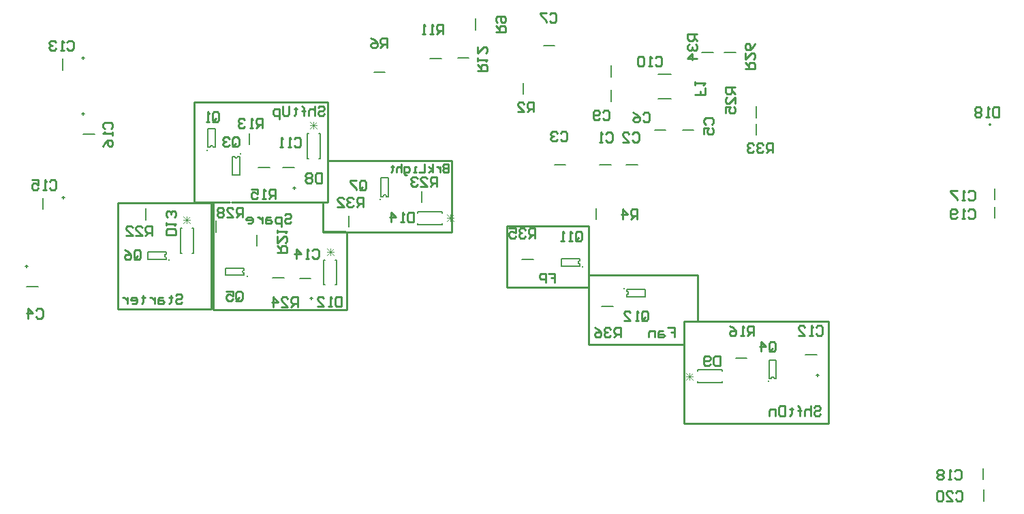
<source format=gbo>
G04*
G04 #@! TF.GenerationSoftware,Altium Limited,Altium Designer,19.0.10 (269)*
G04*
G04 Layer_Color=32896*
%FSLAX44Y44*%
%MOMM*%
G71*
G01*
G75*
%ADD11C,0.2540*%
%ADD14C,0.2000*%
%ADD15C,0.2000*%
%ADD117C,0.1524*%
%ADD118C,0.1270*%
%ADD119C,0.0762*%
D11*
X1532258Y988032D02*
G03*
X1532258Y988032I-649J0D01*
G01*
X1151382Y742920D02*
X1157956D01*
X1074186Y800920D02*
X1091686D01*
X1103778D01*
X1169016Y743230D02*
Y754920D01*
Y753980D02*
Y799640D01*
X1151382Y728976D02*
Y742920D01*
Y714550D02*
Y728976D01*
X1033272Y714550D02*
X1151382D01*
X1103778Y800920D02*
X1168748D01*
X1033272D02*
X1074186D01*
X1033272Y714550D02*
Y800920D01*
X1033326Y785640D02*
Y861920D01*
X956376Y785640D02*
X1033326D01*
X931326D02*
X956376D01*
X931326D02*
Y861920D01*
X1033326D01*
X1151382Y693626D02*
Y742920D01*
Y615950D02*
Y693626D01*
Y615950D02*
X1331326D01*
Y742920D01*
X1151382D02*
X1331326D01*
X702916Y877100D02*
Y889762D01*
Y853990D02*
Y877100D01*
X709736Y942890D02*
X862936D01*
X730206Y854920D02*
X732326Y852800D01*
X702916Y854920D02*
X730206D01*
X702916D02*
Y882210D01*
X732326Y757936D02*
Y852800D01*
X862936Y853990D02*
Y942890D01*
X716976Y853990D02*
X862936D01*
X702916D02*
X716976D01*
X543306Y891060D02*
X586846D01*
X543306D02*
Y1015520D01*
X708766Y891060D02*
Y1015520D01*
X589386Y891060D02*
X708766D01*
X543306Y1015520D02*
X708766D01*
X585318Y757936D02*
X732326D01*
X566326D02*
X585318D01*
X566326D02*
Y890601D01*
X448326Y890880D02*
X564326D01*
X448326Y758698D02*
Y890880D01*
Y758698D02*
X564326D01*
Y890880D01*
X468253Y822095D02*
Y830093D01*
X470252Y832092D01*
X474251D01*
X476250Y830093D01*
Y822095D01*
X474251Y820096D01*
X470252D01*
X472251Y824095D02*
X468253Y820096D01*
X470252D02*
X468253Y822095D01*
X456256Y832092D02*
X460255Y830093D01*
X464254Y826094D01*
Y822095D01*
X462254Y820096D01*
X458256D01*
X456256Y822095D01*
Y824095D01*
X458256Y826094D01*
X464254D01*
X1131579Y735436D02*
X1139576D01*
Y729438D01*
X1135577D01*
X1139576D01*
Y723440D01*
X1125581Y731438D02*
X1121582D01*
X1119583Y729438D01*
Y723440D01*
X1125581D01*
X1127580Y725439D01*
X1125581Y727439D01*
X1119583D01*
X1115584Y723440D02*
Y731438D01*
X1109586D01*
X1107586Y729438D01*
Y723440D01*
X983269Y802714D02*
X990600D01*
Y797216D01*
X986935D01*
X990600D01*
Y791718D01*
X979604D02*
Y802714D01*
X974105D01*
X972273Y800882D01*
Y797216D01*
X974105Y795384D01*
X979604D01*
X1313311Y635853D02*
X1315310Y637852D01*
X1319309D01*
X1321308Y635853D01*
Y633853D01*
X1319309Y631854D01*
X1315310D01*
X1313311Y629855D01*
Y627855D01*
X1315310Y625856D01*
X1319309D01*
X1321308Y627855D01*
X1309312Y637852D02*
Y625856D01*
Y631854D01*
X1307312Y633853D01*
X1303314D01*
X1301315Y631854D01*
Y625856D01*
X1295316D02*
Y635853D01*
Y631854D01*
X1297316D01*
X1293317D01*
X1295316D01*
Y635853D01*
X1293317Y637852D01*
X1285320Y635853D02*
Y633853D01*
X1287319D01*
X1283320D01*
X1285320D01*
Y627855D01*
X1283320Y625856D01*
X1277322Y637852D02*
Y625856D01*
X1271324D01*
X1269325Y627855D01*
Y635853D01*
X1271324Y637852D01*
X1277322D01*
X1265326Y625856D02*
Y633853D01*
X1259328D01*
X1257329Y631854D01*
Y625856D01*
X858987Y938875D02*
Y928878D01*
X853989D01*
X852323Y930544D01*
Y932210D01*
X853989Y933876D01*
X858987D01*
X853989D01*
X852323Y935543D01*
Y937209D01*
X853989Y938875D01*
X858987D01*
X848991Y935543D02*
Y928878D01*
Y932210D01*
X847325Y933876D01*
X845658Y935543D01*
X843992D01*
X838994Y928878D02*
Y938875D01*
Y932210D02*
X833996Y935543D01*
X838994Y932210D02*
X833996Y928878D01*
X828997Y938875D02*
Y928878D01*
X822333D01*
X819000D02*
X815668D01*
X817334D01*
Y935543D01*
X819000D01*
X807337Y925546D02*
X805671D01*
X804005Y927212D01*
Y935543D01*
X809004D01*
X810670Y933876D01*
Y930544D01*
X809004Y928878D01*
X804005D01*
X800673Y938875D02*
Y928878D01*
Y933876D01*
X799007Y935543D01*
X795675D01*
X794008Y933876D01*
Y928878D01*
X789010Y937209D02*
Y935543D01*
X790676D01*
X787344D01*
X789010D01*
Y930544D01*
X787344Y928878D01*
X696959Y1009007D02*
X698958Y1011006D01*
X702957D01*
X704956Y1009007D01*
Y1007007D01*
X702957Y1005008D01*
X698958D01*
X696959Y1003009D01*
Y1001009D01*
X698958Y999010D01*
X702957D01*
X704956Y1001009D01*
X692960Y1011006D02*
Y999010D01*
Y1005008D01*
X690960Y1007007D01*
X686962D01*
X684962Y1005008D01*
Y999010D01*
X678964D02*
Y1009007D01*
Y1005008D01*
X680964D01*
X676965D01*
X678964D01*
Y1009007D01*
X676965Y1011006D01*
X668968Y1009007D02*
Y1007007D01*
X670967D01*
X666968D01*
X668968D01*
Y1001009D01*
X666968Y999010D01*
X660970Y1011006D02*
Y1001009D01*
X658971Y999010D01*
X654972D01*
X652973Y1001009D01*
Y1011006D01*
X648974Y995011D02*
Y1007007D01*
X642976D01*
X640977Y1005008D01*
Y1001009D01*
X642976Y999010D01*
X648974D01*
X655432Y874917D02*
X657432Y876916D01*
X661430D01*
X663430Y874917D01*
Y872917D01*
X661430Y870918D01*
X657432D01*
X655432Y868919D01*
Y866919D01*
X657432Y864920D01*
X661430D01*
X663430Y866919D01*
X651433Y860921D02*
Y872917D01*
X645435D01*
X643436Y870918D01*
Y866919D01*
X645435Y864920D01*
X651433D01*
X637438Y872917D02*
X633439D01*
X631440Y870918D01*
Y864920D01*
X637438D01*
X639437Y866919D01*
X637438Y868919D01*
X631440D01*
X627441Y872917D02*
Y864920D01*
Y868919D01*
X625442Y870918D01*
X623443Y872917D01*
X621443D01*
X609447Y864920D02*
X613446D01*
X615445Y866919D01*
Y870918D01*
X613446Y872917D01*
X609447D01*
X607448Y870918D01*
Y868919D01*
X615445D01*
X519815Y775045D02*
X521814Y777044D01*
X525813D01*
X527812Y775045D01*
Y773045D01*
X525813Y771046D01*
X521814D01*
X519815Y769047D01*
Y767047D01*
X521814Y765048D01*
X525813D01*
X527812Y767047D01*
X513816Y775045D02*
Y773045D01*
X515816D01*
X511817D01*
X513816D01*
Y767047D01*
X511817Y765048D01*
X503820Y773045D02*
X499821D01*
X497822Y771046D01*
Y765048D01*
X503820D01*
X505819Y767047D01*
X503820Y769047D01*
X497822D01*
X493823Y773045D02*
Y765048D01*
Y769047D01*
X491824Y771046D01*
X489824Y773045D01*
X487825D01*
X479827Y775045D02*
Y773045D01*
X481827D01*
X477828D01*
X479827D01*
Y767047D01*
X477828Y765048D01*
X465832D02*
X469831D01*
X471830Y767047D01*
Y771046D01*
X469831Y773045D01*
X465832D01*
X463833Y771046D01*
Y769047D01*
X471830D01*
X459834Y773045D02*
Y765048D01*
Y769047D01*
X457835Y771046D01*
X455835Y773045D01*
X453836D01*
X1099189Y746219D02*
Y754217D01*
X1101188Y756216D01*
X1105187D01*
X1107186Y754217D01*
Y746219D01*
X1105187Y744220D01*
X1101188D01*
X1103187Y748219D02*
X1099189Y744220D01*
X1101188D02*
X1099189Y746219D01*
X1095190Y744220D02*
X1091191D01*
X1093191D01*
Y756216D01*
X1095190Y754217D01*
X1077196Y744220D02*
X1085193D01*
X1077196Y752217D01*
Y754217D01*
X1079195Y756216D01*
X1083194D01*
X1085193Y754217D01*
X1016639Y845279D02*
Y853277D01*
X1018638Y855276D01*
X1022637D01*
X1024636Y853277D01*
Y845279D01*
X1022637Y843280D01*
X1018638D01*
X1020637Y847279D02*
X1016639Y843280D01*
X1018638D02*
X1016639Y845279D01*
X1012640Y843280D02*
X1008641D01*
X1010640D01*
Y855276D01*
X1012640Y853277D01*
X1002643Y843280D02*
X998644D01*
X1000644D01*
Y855276D01*
X1002643Y853277D01*
X748415Y908271D02*
Y916269D01*
X750414Y918268D01*
X754413D01*
X756412Y916269D01*
Y908271D01*
X754413Y906272D01*
X750414D01*
X752413Y910271D02*
X748415Y906272D01*
X750414D02*
X748415Y908271D01*
X744416Y918268D02*
X736419D01*
Y916269D01*
X744416Y908271D01*
Y906272D01*
X594847Y770811D02*
Y778809D01*
X596846Y780808D01*
X600845D01*
X602844Y778809D01*
Y770811D01*
X600845Y768812D01*
X596846D01*
X598845Y772811D02*
X594847Y768812D01*
X596846D02*
X594847Y770811D01*
X582850Y780808D02*
X590848D01*
Y774810D01*
X586849Y776809D01*
X584850D01*
X582850Y774810D01*
Y770811D01*
X584850Y768812D01*
X588848D01*
X590848Y770811D01*
X1257477Y707509D02*
Y715507D01*
X1259476Y717506D01*
X1263475D01*
X1265474Y715507D01*
Y707509D01*
X1263475Y705510D01*
X1259476D01*
X1261475Y709509D02*
X1257477Y705510D01*
X1259476D02*
X1257477Y707509D01*
X1247480Y705510D02*
Y717506D01*
X1253478Y711508D01*
X1245480D01*
X590681Y962373D02*
Y970371D01*
X592680Y972370D01*
X596679D01*
X598678Y970371D01*
Y962373D01*
X596679Y960374D01*
X592680D01*
X594679Y964373D02*
X590681Y960374D01*
X592680D02*
X590681Y962373D01*
X586682Y970371D02*
X584683Y972370D01*
X580684D01*
X578685Y970371D01*
Y968371D01*
X580684Y966372D01*
X582683D01*
X580684D01*
X578685Y964373D01*
Y962373D01*
X580684Y960374D01*
X584683D01*
X586682Y962373D01*
X565789Y993615D02*
Y1001613D01*
X567788Y1003612D01*
X571787D01*
X573786Y1001613D01*
Y993615D01*
X571787Y991616D01*
X567788D01*
X569787Y995615D02*
X565789Y991616D01*
X567788D02*
X565789Y993615D01*
X561790Y991616D02*
X557791D01*
X559790D01*
Y1003612D01*
X561790Y1001613D01*
X1168146Y1100150D02*
X1156150D01*
Y1094152D01*
X1158149Y1092153D01*
X1162148D01*
X1164147Y1094152D01*
Y1100150D01*
Y1096151D02*
X1168146Y1092153D01*
X1158149Y1088154D02*
X1156150Y1086154D01*
Y1082156D01*
X1158149Y1080156D01*
X1160149D01*
X1162148Y1082156D01*
Y1084155D01*
Y1082156D01*
X1164147Y1080156D01*
X1166147D01*
X1168146Y1082156D01*
Y1086154D01*
X1166147Y1088154D01*
X1168146Y1070160D02*
X1156150D01*
X1162148Y1076158D01*
Y1068160D01*
X1262126Y952830D02*
Y964826D01*
X1256128D01*
X1254129Y962827D01*
Y958828D01*
X1256128Y956829D01*
X1262126D01*
X1258127D02*
X1254129Y952830D01*
X1250130Y962827D02*
X1248130Y964826D01*
X1244132D01*
X1242132Y962827D01*
Y960827D01*
X1244132Y958828D01*
X1246131D01*
X1244132D01*
X1242132Y956829D01*
Y954829D01*
X1244132Y952830D01*
X1248130D01*
X1250130Y954829D01*
X1238134Y962827D02*
X1236134Y964826D01*
X1232136D01*
X1230136Y962827D01*
Y960827D01*
X1232136Y958828D01*
X1234135D01*
X1232136D01*
X1230136Y956829D01*
Y954829D01*
X1232136Y952830D01*
X1236134D01*
X1238134Y954829D01*
X1227836Y1056970D02*
X1239832D01*
Y1062968D01*
X1237833Y1064967D01*
X1233834D01*
X1231835Y1062968D01*
Y1056970D01*
Y1060969D02*
X1227836Y1064967D01*
Y1076964D02*
Y1068966D01*
X1235833Y1076964D01*
X1237833D01*
X1239832Y1074964D01*
Y1070965D01*
X1237833Y1068966D01*
X1239832Y1088960D02*
X1237833Y1084961D01*
X1233834Y1080962D01*
X1229835D01*
X1227836Y1082962D01*
Y1086960D01*
X1229835Y1088960D01*
X1231835D01*
X1233834Y1086960D01*
Y1080962D01*
X1215136Y1034110D02*
X1203140D01*
Y1028112D01*
X1205139Y1026113D01*
X1209138D01*
X1211137Y1028112D01*
Y1034110D01*
Y1030111D02*
X1215136Y1026113D01*
Y1014117D02*
Y1022114D01*
X1207139Y1014117D01*
X1205139D01*
X1203140Y1016116D01*
Y1020115D01*
X1205139Y1022114D01*
X1203140Y1002120D02*
Y1010118D01*
X1209138D01*
X1207139Y1006119D01*
Y1004120D01*
X1209138Y1002120D01*
X1213137D01*
X1215136Y1004120D01*
Y1008118D01*
X1213137Y1010118D01*
X1543050Y1009454D02*
Y997458D01*
X1537052D01*
X1535053Y999457D01*
Y1007455D01*
X1537052Y1009454D01*
X1543050D01*
X1531054Y997458D02*
X1527055D01*
X1529055D01*
Y1009454D01*
X1531054Y1007455D01*
X1521057D02*
X1519058Y1009454D01*
X1515059D01*
X1513060Y1007455D01*
Y1005455D01*
X1515059Y1003456D01*
X1513060Y1001457D01*
Y999457D01*
X1515059Y997458D01*
X1519058D01*
X1521057Y999457D01*
Y1001457D01*
X1519058Y1003456D01*
X1521057Y1005455D01*
Y1007455D01*
X1519058Y1003456D02*
X1515059D01*
X1489511Y530047D02*
X1491510Y532046D01*
X1495509D01*
X1497508Y530047D01*
Y522049D01*
X1495509Y520050D01*
X1491510D01*
X1489511Y522049D01*
X1477514Y520050D02*
X1485512D01*
X1477514Y528047D01*
Y530047D01*
X1479514Y532046D01*
X1483513D01*
X1485512Y530047D01*
X1473516D02*
X1471516Y532046D01*
X1467518D01*
X1465518Y530047D01*
Y522049D01*
X1467518Y520050D01*
X1471516D01*
X1473516Y522049D01*
Y530047D01*
X1504803Y880599D02*
X1506802Y882598D01*
X1510801D01*
X1512800Y880599D01*
Y872601D01*
X1510801Y870602D01*
X1506802D01*
X1504803Y872601D01*
X1500804Y870602D02*
X1496805D01*
X1498804D01*
Y882598D01*
X1500804Y880599D01*
X1490807Y872601D02*
X1488808Y870602D01*
X1484809D01*
X1482810Y872601D01*
Y880599D01*
X1484809Y882598D01*
X1488808D01*
X1490807Y880599D01*
Y878599D01*
X1488808Y876600D01*
X1482810D01*
X1487987Y556463D02*
X1489986Y558462D01*
X1493985D01*
X1495984Y556463D01*
Y548465D01*
X1493985Y546466D01*
X1489986D01*
X1487987Y548465D01*
X1483988Y546466D02*
X1479989D01*
X1481989D01*
Y558462D01*
X1483988Y556463D01*
X1473991D02*
X1471992Y558462D01*
X1467993D01*
X1465994Y556463D01*
Y554463D01*
X1467993Y552464D01*
X1465994Y550465D01*
Y548465D01*
X1467993Y546466D01*
X1471992D01*
X1473991Y548465D01*
Y550465D01*
X1471992Y552464D01*
X1473991Y554463D01*
Y556463D01*
X1471992Y552464D02*
X1467993D01*
X1504803Y903899D02*
X1506802Y905898D01*
X1510801D01*
X1512800Y903899D01*
Y895901D01*
X1510801Y893902D01*
X1506802D01*
X1504803Y895901D01*
X1500804Y893902D02*
X1496805D01*
X1498804D01*
Y905898D01*
X1500804Y903899D01*
X1490807Y905898D02*
X1482810D01*
Y903899D01*
X1490807Y895901D01*
Y893902D01*
X1054485Y976213D02*
X1056484Y978212D01*
X1060483D01*
X1062482Y976213D01*
Y968215D01*
X1060483Y966216D01*
X1056484D01*
X1054485Y968215D01*
X1050486Y966216D02*
X1046487D01*
X1048486D01*
Y978212D01*
X1050486Y976213D01*
X1087505D02*
X1089504Y978212D01*
X1093503D01*
X1095502Y976213D01*
Y968215D01*
X1093503Y966216D01*
X1089504D01*
X1087505Y968215D01*
X1075508Y966216D02*
X1083506D01*
X1075508Y974213D01*
Y976213D01*
X1077508Y978212D01*
X1081507D01*
X1083506Y976213D01*
X998097Y977111D02*
X1000096Y979110D01*
X1004095D01*
X1006094Y977111D01*
Y969113D01*
X1004095Y967114D01*
X1000096D01*
X998097Y969113D01*
X994098Y977111D02*
X992098Y979110D01*
X988100D01*
X986100Y977111D01*
Y975111D01*
X988100Y973112D01*
X990099D01*
X988100D01*
X986100Y971113D01*
Y969113D01*
X988100Y967114D01*
X992098D01*
X994098Y969113D01*
X346587Y756931D02*
X348586Y758930D01*
X352585D01*
X354584Y756931D01*
Y748934D01*
X352585Y746934D01*
X348586D01*
X346587Y748934D01*
X336590Y746934D02*
Y758930D01*
X342588Y752932D01*
X334590D01*
X1178469Y988013D02*
X1176470Y990012D01*
Y994011D01*
X1178469Y996010D01*
X1186467D01*
X1188466Y994011D01*
Y990012D01*
X1186467Y988013D01*
X1176470Y976016D02*
Y984014D01*
X1182468D01*
X1180469Y980015D01*
Y978016D01*
X1182468Y976016D01*
X1186467D01*
X1188466Y978016D01*
Y982014D01*
X1186467Y984014D01*
X1100459Y1000927D02*
X1102458Y1002926D01*
X1106457D01*
X1108456Y1000927D01*
Y992929D01*
X1106457Y990930D01*
X1102458D01*
X1100459Y992929D01*
X1088463Y1002926D02*
X1092461Y1000927D01*
X1096460Y996928D01*
Y992929D01*
X1094461Y990930D01*
X1090462D01*
X1088463Y992929D01*
Y994929D01*
X1090462Y996928D01*
X1096460D01*
X984635Y1124803D02*
X986634Y1126802D01*
X990633D01*
X992632Y1124803D01*
Y1116805D01*
X990633Y1114806D01*
X986634D01*
X984635Y1116805D01*
X980636Y1126802D02*
X972638D01*
Y1124803D01*
X980636Y1116805D01*
Y1114806D01*
X1050929Y1003467D02*
X1052928Y1005466D01*
X1056927D01*
X1058926Y1003467D01*
Y995469D01*
X1056927Y993470D01*
X1052928D01*
X1050929Y995469D01*
X1046930D02*
X1044930Y993470D01*
X1040932D01*
X1038932Y995469D01*
Y1003467D01*
X1040932Y1005466D01*
X1044930D01*
X1046930Y1003467D01*
Y1001467D01*
X1044930Y999468D01*
X1038932D01*
X1115699Y1070537D02*
X1117698Y1072536D01*
X1121697D01*
X1123696Y1070537D01*
Y1062539D01*
X1121697Y1060540D01*
X1117698D01*
X1115699Y1062539D01*
X1111700Y1060540D02*
X1107701D01*
X1109700D01*
Y1072536D01*
X1111700Y1070537D01*
X1101703D02*
X1099704Y1072536D01*
X1095705D01*
X1093706Y1070537D01*
Y1062539D01*
X1095705Y1060540D01*
X1099704D01*
X1101703Y1062539D01*
Y1070537D01*
X667389Y969877D02*
X669388Y971876D01*
X673387D01*
X675386Y969877D01*
Y961879D01*
X673387Y959880D01*
X669388D01*
X667389Y961879D01*
X663390Y959880D02*
X659391D01*
X661391D01*
Y971876D01*
X663390Y969877D01*
X653393Y959880D02*
X649394D01*
X651394D01*
Y971876D01*
X653393Y969877D01*
X1315851Y735675D02*
X1317850Y737674D01*
X1321849D01*
X1323848Y735675D01*
Y727677D01*
X1321849Y725678D01*
X1317850D01*
X1315851Y727677D01*
X1311852Y725678D02*
X1307853D01*
X1309852D01*
Y737674D01*
X1311852Y735675D01*
X1293858Y725678D02*
X1301855D01*
X1293858Y733675D01*
Y735675D01*
X1295857Y737674D01*
X1299856D01*
X1301855Y735675D01*
X384941Y1090259D02*
X386940Y1092258D01*
X390939D01*
X392938Y1090259D01*
Y1082261D01*
X390939Y1080262D01*
X386940D01*
X384941Y1082261D01*
X380942Y1080262D02*
X376943D01*
X378942D01*
Y1092258D01*
X380942Y1090259D01*
X370945D02*
X368946Y1092258D01*
X364947D01*
X362948Y1090259D01*
Y1088259D01*
X364947Y1086260D01*
X366946D01*
X364947D01*
X362948Y1084261D01*
Y1082261D01*
X364947Y1080262D01*
X368946D01*
X370945Y1082261D01*
X689541Y831221D02*
X691541Y833220D01*
X695539D01*
X697539Y831221D01*
Y823223D01*
X695539Y821224D01*
X691541D01*
X689541Y823223D01*
X685543Y821224D02*
X681544D01*
X683543D01*
Y833220D01*
X685543Y831221D01*
X669548Y821224D02*
Y833220D01*
X675546Y827222D01*
X667549D01*
X363375Y916869D02*
X365374Y918868D01*
X369373D01*
X371372Y916869D01*
Y908871D01*
X369373Y906872D01*
X365374D01*
X363375Y908871D01*
X359376Y906872D02*
X355377D01*
X357377D01*
Y918868D01*
X359376Y916869D01*
X341382Y918868D02*
X349379D01*
Y912870D01*
X345380Y914869D01*
X343381D01*
X341382Y912870D01*
Y908871D01*
X343381Y906872D01*
X347380D01*
X349379Y908871D01*
X431709Y982573D02*
X429710Y984572D01*
Y988571D01*
X431709Y990570D01*
X439707D01*
X441706Y988571D01*
Y984572D01*
X439707Y982573D01*
X441706Y978574D02*
Y974575D01*
Y976574D01*
X429710D01*
X431709Y978574D01*
X429710Y960580D02*
X431709Y964578D01*
X435708Y968577D01*
X439707D01*
X441706Y966578D01*
Y962579D01*
X439707Y960580D01*
X437707D01*
X435708Y962579D01*
Y968577D01*
X701294Y927412D02*
Y915416D01*
X695296D01*
X693297Y917415D01*
Y925413D01*
X695296Y927412D01*
X701294D01*
X689298Y925413D02*
X687299Y927412D01*
X683300D01*
X681301Y925413D01*
Y923413D01*
X683300Y921414D01*
X681301Y919415D01*
Y917415D01*
X683300Y915416D01*
X687299D01*
X689298Y917415D01*
Y919415D01*
X687299Y921414D01*
X689298Y923413D01*
Y925413D01*
X687299Y921414D02*
X683300D01*
X1196326Y699916D02*
Y687920D01*
X1190328D01*
X1188329Y689919D01*
Y697917D01*
X1190328Y699916D01*
X1196326D01*
X1184330Y689919D02*
X1182330Y687920D01*
X1178332D01*
X1176332Y689919D01*
Y697917D01*
X1178332Y699916D01*
X1182330D01*
X1184330Y697917D01*
Y695917D01*
X1182330Y693918D01*
X1176332D01*
X725906Y773836D02*
Y761840D01*
X719908D01*
X717909Y763839D01*
Y771837D01*
X719908Y773836D01*
X725906D01*
X713910Y761840D02*
X709911D01*
X711910D01*
Y773836D01*
X713910Y771837D01*
X695916Y761840D02*
X703913D01*
X695916Y769837D01*
Y771837D01*
X697915Y773836D01*
X701914D01*
X703913Y771837D01*
X519996Y850284D02*
X508000D01*
Y856282D01*
X509999Y858281D01*
X517997D01*
X519996Y856282D01*
Y850284D01*
X508000Y862280D02*
Y866279D01*
Y864280D01*
X519996D01*
X517997Y862280D01*
Y872277D02*
X519996Y874276D01*
Y878275D01*
X517997Y880274D01*
X515997D01*
X513998Y878275D01*
Y876276D01*
Y878275D01*
X511999Y880274D01*
X509999D01*
X508000Y878275D01*
Y874276D01*
X509999Y872277D01*
X815848Y878390D02*
Y866394D01*
X809850D01*
X807851Y868393D01*
Y876391D01*
X809850Y878390D01*
X815848D01*
X803852Y866394D02*
X799853D01*
X801852D01*
Y878390D01*
X803852Y876391D01*
X787857Y866394D02*
Y878390D01*
X793855Y872392D01*
X785858D01*
X1177602Y1033217D02*
Y1025220D01*
X1171604D01*
Y1029219D01*
Y1025220D01*
X1165606D01*
Y1037216D02*
Y1041215D01*
Y1039215D01*
X1177602D01*
X1175603Y1037216D01*
X964946Y1003630D02*
Y1015626D01*
X958948D01*
X956949Y1013627D01*
Y1009628D01*
X958948Y1007629D01*
X964946D01*
X960947D02*
X956949Y1003630D01*
X944952D02*
X952950D01*
X944952Y1011627D01*
Y1013627D01*
X946952Y1015626D01*
X950950D01*
X952950Y1013627D01*
X1093470Y870458D02*
Y882454D01*
X1087472D01*
X1085473Y880455D01*
Y876456D01*
X1087472Y874457D01*
X1093470D01*
X1089471D02*
X1085473Y870458D01*
X1075476D02*
Y882454D01*
X1081474Y876456D01*
X1073476D01*
X782320Y1083564D02*
Y1095560D01*
X776322D01*
X774323Y1093561D01*
Y1089562D01*
X776322Y1087563D01*
X782320D01*
X778321D02*
X774323Y1083564D01*
X762327Y1095560D02*
X766325Y1093561D01*
X770324Y1089562D01*
Y1085563D01*
X768325Y1083564D01*
X764326D01*
X762327Y1085563D01*
Y1087563D01*
X764326Y1089562D01*
X770324D01*
X917956Y1102690D02*
X929952D01*
Y1108688D01*
X927953Y1110687D01*
X923954D01*
X921955Y1108688D01*
Y1102690D01*
Y1106689D02*
X917956Y1110687D01*
X919955Y1114686D02*
X917956Y1116685D01*
Y1120684D01*
X919955Y1122683D01*
X927953D01*
X929952Y1120684D01*
Y1116685D01*
X927953Y1114686D01*
X925953D01*
X923954Y1116685D01*
Y1122683D01*
X852170Y1100328D02*
Y1112324D01*
X846172D01*
X844173Y1110325D01*
Y1106326D01*
X846172Y1104327D01*
X852170D01*
X848171D02*
X844173Y1100328D01*
X840174D02*
X836175D01*
X838175D01*
Y1112324D01*
X840174Y1110325D01*
X830177Y1100328D02*
X826178D01*
X828178D01*
Y1112324D01*
X830177Y1110325D01*
X895096Y1054430D02*
X907092D01*
Y1060428D01*
X905093Y1062427D01*
X901094D01*
X899095Y1060428D01*
Y1054430D01*
Y1058429D02*
X895096Y1062427D01*
Y1066426D02*
Y1070425D01*
Y1068426D01*
X907092D01*
X905093Y1066426D01*
X895096Y1084420D02*
Y1076423D01*
X903093Y1084420D01*
X905093D01*
X907092Y1082421D01*
Y1078422D01*
X905093Y1076423D01*
X627978Y983526D02*
Y995522D01*
X621980D01*
X619981Y993523D01*
Y989524D01*
X621980Y987525D01*
X627978D01*
X623979D02*
X619981Y983526D01*
X615982D02*
X611983D01*
X613982D01*
Y995522D01*
X615982Y993523D01*
X605985D02*
X603986Y995522D01*
X599987D01*
X597988Y993523D01*
Y991523D01*
X599987Y989524D01*
X601986D01*
X599987D01*
X597988Y987525D01*
Y985525D01*
X599987Y983526D01*
X603986D01*
X605985Y985525D01*
X643636Y895604D02*
Y907600D01*
X637638D01*
X635639Y905601D01*
Y901602D01*
X637638Y899603D01*
X643636D01*
X639637D02*
X635639Y895604D01*
X631640D02*
X627641D01*
X629641D01*
Y907600D01*
X631640Y905601D01*
X613646Y907600D02*
X621643D01*
Y901602D01*
X617644Y903601D01*
X615645D01*
X613646Y901602D01*
Y897603D01*
X615645Y895604D01*
X619644D01*
X621643Y897603D01*
X1238250Y725424D02*
Y737420D01*
X1232252D01*
X1230253Y735421D01*
Y731422D01*
X1232252Y729423D01*
X1238250D01*
X1234251D02*
X1230253Y725424D01*
X1226254D02*
X1222255D01*
X1224255D01*
Y737420D01*
X1226254Y735421D01*
X1208260Y737420D02*
X1212258Y735421D01*
X1216257Y731422D01*
Y727423D01*
X1214258Y725424D01*
X1210259D01*
X1208260Y727423D01*
Y729423D01*
X1210259Y731422D01*
X1216257D01*
X646326Y828920D02*
X658322D01*
Y834918D01*
X656323Y836917D01*
X652324D01*
X650325Y834918D01*
Y828920D01*
Y832919D02*
X646326Y836917D01*
Y848913D02*
Y840916D01*
X654323Y848913D01*
X656323D01*
X658322Y846914D01*
Y842915D01*
X656323Y840916D01*
X646326Y852912D02*
Y856911D01*
Y854912D01*
X658322D01*
X656323Y852912D01*
X490339Y849630D02*
Y861626D01*
X484341D01*
X482341Y859627D01*
Y855628D01*
X484341Y853629D01*
X490339D01*
X486340D02*
X482341Y849630D01*
X470345D02*
X478343D01*
X470345Y857627D01*
Y859627D01*
X472345Y861626D01*
X476343D01*
X478343Y859627D01*
X458349Y849630D02*
X466347D01*
X458349Y857627D01*
Y859627D01*
X460349Y861626D01*
X464347D01*
X466347Y859627D01*
X844326Y910920D02*
Y922916D01*
X838328D01*
X836329Y920917D01*
Y916918D01*
X838328Y914919D01*
X844326D01*
X840327D02*
X836329Y910920D01*
X824333D02*
X832330D01*
X824333Y918917D01*
Y920917D01*
X826332Y922916D01*
X830331D01*
X832330Y920917D01*
X820334D02*
X818334Y922916D01*
X814336D01*
X812336Y920917D01*
Y918917D01*
X814336Y916918D01*
X816335D01*
X814336D01*
X812336Y914919D01*
Y912919D01*
X814336Y910920D01*
X818334D01*
X820334Y912919D01*
X671310Y761256D02*
Y773252D01*
X665312D01*
X663313Y771253D01*
Y767254D01*
X665312Y765255D01*
X671310D01*
X667311D02*
X663313Y761256D01*
X651317D02*
X659314D01*
X651317Y769253D01*
Y771253D01*
X653316Y773252D01*
X657315D01*
X659314Y771253D01*
X641320Y761256D02*
Y773252D01*
X647318Y767254D01*
X639320D01*
X603326Y872920D02*
Y884916D01*
X597328D01*
X595329Y882917D01*
Y878918D01*
X597328Y876919D01*
X603326D01*
X599327D02*
X595329Y872920D01*
X583332D02*
X591330D01*
X583332Y880917D01*
Y882917D01*
X585332Y884916D01*
X589330D01*
X591330Y882917D01*
X579334D02*
X577334Y884916D01*
X573336D01*
X571336Y882917D01*
Y880917D01*
X573336Y878918D01*
X571336Y876919D01*
Y874919D01*
X573336Y872920D01*
X577334D01*
X579334Y874919D01*
Y876919D01*
X577334Y878918D01*
X579334Y880917D01*
Y882917D01*
X577334Y878918D02*
X573336D01*
X752856Y885444D02*
Y897440D01*
X746858D01*
X744859Y895441D01*
Y891442D01*
X746858Y889443D01*
X752856D01*
X748857D02*
X744859Y885444D01*
X740860Y895441D02*
X738860Y897440D01*
X734862D01*
X732862Y895441D01*
Y893441D01*
X734862Y891442D01*
X736861D01*
X734862D01*
X732862Y889443D01*
Y887443D01*
X734862Y885444D01*
X738860D01*
X740860Y887443D01*
X720866Y885444D02*
X728864D01*
X720866Y893441D01*
Y895441D01*
X722866Y897440D01*
X726864D01*
X728864Y895441D01*
X966470Y846836D02*
Y858832D01*
X960472D01*
X958473Y856833D01*
Y852834D01*
X960472Y850835D01*
X966470D01*
X962471D02*
X958473Y846836D01*
X954474Y856833D02*
X952475Y858832D01*
X948476D01*
X946477Y856833D01*
Y854833D01*
X948476Y852834D01*
X950475D01*
X948476D01*
X946477Y850835D01*
Y848835D01*
X948476Y846836D01*
X952475D01*
X954474Y848835D01*
X934480Y858832D02*
X942478D01*
Y852834D01*
X938479Y854833D01*
X936480D01*
X934480Y852834D01*
Y848835D01*
X936480Y846836D01*
X940478D01*
X942478Y848835D01*
X1072642Y723392D02*
Y735388D01*
X1066644D01*
X1064645Y733389D01*
Y729390D01*
X1066644Y727391D01*
X1072642D01*
X1068643D02*
X1064645Y723392D01*
X1060646Y733389D02*
X1058646Y735388D01*
X1054648D01*
X1052648Y733389D01*
Y731389D01*
X1054648Y729390D01*
X1056647D01*
X1054648D01*
X1052648Y727391D01*
Y725391D01*
X1054648Y723392D01*
X1058646D01*
X1060646Y725391D01*
X1040652Y735388D02*
X1044651Y733389D01*
X1048650Y729390D01*
Y725391D01*
X1046650Y723392D01*
X1042652D01*
X1040652Y725391D01*
Y727391D01*
X1042652Y729390D01*
X1048650D01*
D14*
X508172Y826692D02*
G03*
X508172Y822692I0J-2000D01*
G01*
X1080700Y776510D02*
G03*
X1080700Y780510I0J2000D01*
G01*
X1022166Y818610D02*
G03*
X1022166Y814610I0J-2000D01*
G01*
X781734Y898480D02*
G03*
X777734Y898480I-2000J0D01*
G01*
X605098Y806926D02*
G03*
X605098Y802926I0J-2000D01*
G01*
X1263872Y672014D02*
G03*
X1259872Y672014I-2000J0D01*
G01*
X593122Y948252D02*
G03*
X597122Y948252I2000J0D01*
G01*
X566642Y959542D02*
G03*
X562642Y959542I-2000J0D01*
G01*
X508172Y820192D02*
Y822692D01*
Y826692D02*
Y829192D01*
X485172Y820192D02*
X508172D01*
X485172D02*
Y829192D01*
X508172D01*
X405242Y976092D02*
X419242D01*
X1049386Y761746D02*
X1063386D01*
X950326Y820510D02*
X964326D01*
X1173846Y1077530D02*
X1187846D01*
X1241806Y975040D02*
Y989040D01*
X735076Y860740D02*
Y874740D01*
X569976Y854390D02*
Y868390D01*
X1201786Y1077530D02*
X1215786D01*
X1241806Y996630D02*
Y1010630D01*
X825486Y891220D02*
Y905220D01*
X482586Y869630D02*
Y883630D01*
X620776Y836850D02*
Y850850D01*
X611378Y963026D02*
Y977026D01*
X870316Y1070940D02*
X884316D01*
X836026Y1069670D02*
X850026D01*
X892556Y1105850D02*
Y1119850D01*
X766176Y1052920D02*
X780176D01*
X1042670Y869808D02*
Y883808D01*
X952246Y1025840D02*
Y1039840D01*
X1080700Y774010D02*
X1103700D01*
Y783010D01*
X1080700D02*
X1103700D01*
X1080700Y774010D02*
Y776510D01*
Y780510D02*
Y783010D01*
X999166Y821110D02*
X1022166D01*
X999166Y812110D02*
Y821110D01*
Y812110D02*
X1022166D01*
Y818610D02*
Y821110D01*
Y812110D02*
Y814610D01*
X784234Y898480D02*
Y921480D01*
X775234D02*
X784234D01*
X775234Y898480D02*
Y921480D01*
X781734Y898480D02*
X784234D01*
X775234D02*
X777734D01*
X582098Y809426D02*
X605098D01*
X582098Y800426D02*
Y809426D01*
Y800426D02*
X605098D01*
Y806926D02*
Y809426D01*
Y800426D02*
Y802926D01*
X1266372Y672014D02*
Y695014D01*
X1257372D02*
X1266372D01*
X1257372Y672014D02*
Y695014D01*
X1263872Y672014D02*
X1266372D01*
X1257372D02*
X1259872D01*
X590622Y925252D02*
Y948252D01*
Y925252D02*
X599622D01*
Y948252D01*
X590622D02*
X593122D01*
X597122D02*
X599622D01*
X569142Y959542D02*
Y982542D01*
X560142D02*
X569142D01*
X560142Y959542D02*
Y982542D01*
X566642Y959542D02*
X569142D01*
X560142D02*
X562642D01*
X1119366Y1019880D02*
X1135366D01*
X1119366Y1050880D02*
X1135366D01*
X1524508Y520050D02*
Y534050D01*
X1537800Y871602D02*
Y885602D01*
X1522984Y546466D02*
Y560466D01*
X1537800Y894602D02*
Y908602D01*
X355092Y882762D02*
Y896762D01*
X673974Y796544D02*
X687974D01*
X379730Y1055990D02*
Y1069990D01*
X1302624Y701294D02*
X1316624D01*
X653146Y934480D02*
X667146D01*
X334884Y786534D02*
X348884D01*
X640700Y797306D02*
X654700D01*
X1215756Y697560D02*
X1229756D01*
X622666Y934810D02*
X636666D01*
X1061466Y1047430D02*
Y1061430D01*
Y1016950D02*
Y1030950D01*
X976996Y1086180D02*
X990996D01*
X1114966Y981360D02*
X1128966D01*
X1149716D02*
X1163716D01*
X990458Y938276D02*
X1004458D01*
X1079866Y937590D02*
X1093866D01*
X1046846D02*
X1060846D01*
D15*
X511672Y819192D02*
D03*
X1077200Y784010D02*
D03*
X1025666Y811110D02*
D03*
X774234Y894980D02*
D03*
X608598Y799426D02*
D03*
X1256372Y668514D02*
D03*
X600622Y951752D02*
D03*
X559142Y956042D02*
D03*
D117*
X820416Y877881D02*
Y879570D01*
X851456Y863530D02*
Y865219D01*
X820416Y863530D02*
X851456D01*
X820416D02*
Y865219D01*
Y879570D02*
X851456D01*
Y877881D02*
Y879570D01*
X525736Y828090D02*
X527425D01*
X540087Y859130D02*
X541776D01*
Y828090D02*
Y859130D01*
X540087Y828090D02*
X541776D01*
X525736D02*
Y859130D01*
X527425D01*
X704196Y788720D02*
X705885D01*
X718547Y819760D02*
X720236D01*
Y788720D02*
Y819760D01*
X718547Y788720D02*
X720236D01*
X704196D02*
Y819760D01*
X705885D01*
X1199436Y666680D02*
Y668369D01*
X1168396Y681031D02*
Y682720D01*
X1199436D01*
Y681031D02*
Y682720D01*
X1168396Y666680D02*
X1199436D01*
X1168396D02*
Y668369D01*
X683114Y945616D02*
X684803D01*
X697465Y976656D02*
X699154D01*
Y945616D02*
Y976656D01*
X697465Y945616D02*
X699154D01*
X683114D02*
Y976656D01*
X684803D01*
D118*
X404623Y1002762D02*
Y999376D01*
X402930Y1001069D02*
X406316D01*
X381762Y897381D02*
X378376D01*
X380069Y899074D02*
Y895688D01*
X688593Y769874D02*
Y773260D01*
X690286Y771567D02*
X686900D01*
X406400Y1070609D02*
X403014D01*
X404707Y1072302D02*
Y1068916D01*
X1317243Y674624D02*
Y678010D01*
X1318936Y676317D02*
X1315550D01*
X667765Y907810D02*
Y911196D01*
X669458Y909503D02*
X666072D01*
X334265Y813204D02*
Y809819D01*
X332572Y811512D02*
X335958D01*
D119*
X865727Y875780D02*
X857263Y867316D01*
X865727D02*
X857263Y875780D01*
X865727Y871548D02*
X857263D01*
X861495Y867316D02*
Y875780D01*
X529526Y873401D02*
X537990Y864937D01*
Y873401D02*
X529526Y864937D01*
X533758Y873401D02*
Y864937D01*
X537990Y869169D02*
X529526D01*
X707986Y834031D02*
X716450Y825567D01*
Y834031D02*
X707986Y825567D01*
X712218Y834031D02*
Y825567D01*
X716450Y829799D02*
X707986D01*
X1154125Y670470D02*
X1162589Y678934D01*
X1154125D02*
X1162589Y670470D01*
X1154125Y674702D02*
X1162589D01*
X1158357Y678934D02*
Y670470D01*
X686904Y990927D02*
X695368Y982463D01*
Y990927D02*
X686904Y982463D01*
X691136Y990927D02*
Y982463D01*
X695368Y986695D02*
X686904D01*
M02*

</source>
